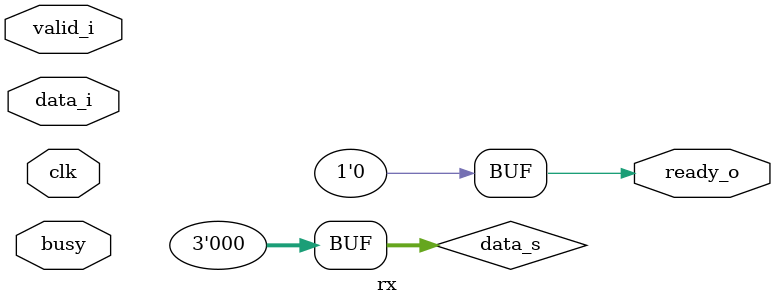
<source format=v>
module rx(
    input wire clk,
    input wire busy,
    input wire valid_i,
    input wire [2:0]data_i,
    output reg ready_o
);
reg [2:0] data_s;
always @(posedge clk) begin
        if (valid_i && ~busy)begin
        ready_o <= 1;
        data_s <= data_i;
    end
end

always @(*)begin
if(valid_i && busy)begin
        ready_o=0;
        data_s = 0;
    end
    else begin
        ready_o=0;
        data_s = 0;
    end

end


    
endmodule
</source>
